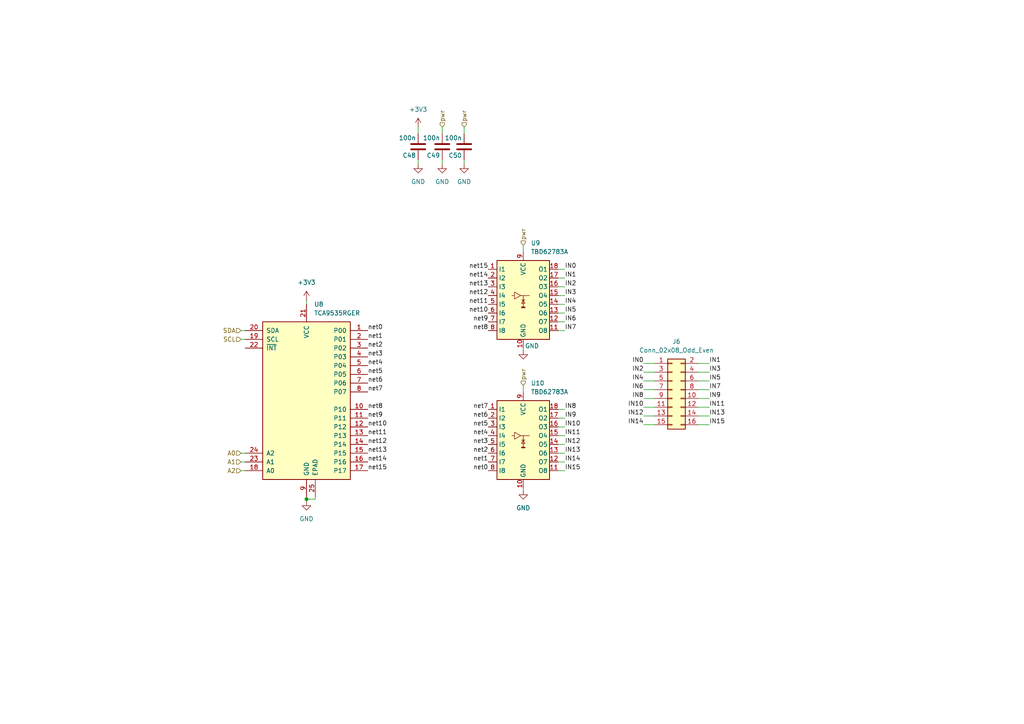
<source format=kicad_sch>
(kicad_sch (version 20231120) (generator "eeschema") (generator_version "8.0")
  (paper "A4")
  (lib_symbols
    (symbol "Connector_Generic:Conn_02x08_Odd_Even" (pin_names (offset 1.016) hide)
      (property "Reference" "J" (at 1.27 10.16 0))
      (property "Value" "Conn_02x08_Odd_Even" (at 1.27 -12.7 0))
      (symbol "Conn_02x08_Odd_Even_1_1"
        (rectangle (start -1.27 -10.033) (end 0 -10.287) (stroke (width 0.1524)))
        (rectangle (start -1.27 -7.493) (end 0 -7.747) (stroke (width 0.1524)))
        (rectangle (start -1.27 -4.953) (end 0 -5.207) (stroke (width 0.1524)))
        (rectangle (start -1.27 -2.413) (end 0 -2.667) (stroke (width 0.1524)))
        (rectangle (start -1.27 0.127) (end 0 -0.127) (stroke (width 0.1524)))
        (rectangle (start -1.27 2.667) (end 0 2.413) (stroke (width 0.1524)))
        (rectangle (start -1.27 5.207) (end 0 4.953) (stroke (width 0.1524)))
        (rectangle (start -1.27 7.747) (end 0 7.493) (stroke (width 0.1524)))
        (rectangle (start -1.27 8.89) (end 3.81 -11.43) (stroke (width 0.254)) (fill (type background)))
        (rectangle (start 3.81 -10.033) (end 2.54 -10.287) (stroke (width 0.1524)))
        (rectangle (start 3.81 -7.493) (end 2.54 -7.747) (stroke (width 0.1524)))
        (rectangle (start 3.81 -4.953) (end 2.54 -5.207) (stroke (width 0.1524)))
        (rectangle (start 3.81 -2.413) (end 2.54 -2.667) (stroke (width 0.1524)))
        (rectangle (start 3.81 0.127) (end 2.54 -0.127) (stroke (width 0.1524)))
        (rectangle (start 3.81 2.667) (end 2.54 2.413) (stroke (width 0.1524)))
        (rectangle (start 3.81 5.207) (end 2.54 4.953) (stroke (width 0.1524)))
        (rectangle (start 3.81 7.747) (end 2.54 7.493) (stroke (width 0.1524)))
        (pin passive line (at -5.08 7.62 0) (length 3.81) (name "Pin_1") (number "1"))
        (pin passive line (at 7.62 -2.54 180) (length 3.81) (name "Pin_10") (number "10"))
        (pin passive line (at -5.08 -5.08 0) (length 3.81) (name "Pin_11") (number "11"))
        (pin passive line (at 7.62 -5.08 180) (length 3.81) (name "Pin_12") (number "12"))
        (pin passive line (at -5.08 -7.62 0) (length 3.81) (name "Pin_13") (number "13"))
        (pin passive line (at 7.62 -7.62 180) (length 3.81) (name "Pin_14") (number "14"))
        (pin passive line (at -5.08 -10.16 0) (length 3.81) (name "Pin_15") (number "15"))
        (pin passive line (at 7.62 -10.16 180) (length 3.81) (name "Pin_16") (number "16"))
        (pin passive line (at 7.62 7.62 180) (length 3.81) (name "Pin_2") (number "2"))
        (pin passive line (at -5.08 5.08 0) (length 3.81) (name "Pin_3") (number "3"))
        (pin passive line (at 7.62 5.08 180) (length 3.81) (name "Pin_4") (number "4"))
        (pin passive line (at -5.08 2.54 0) (length 3.81) (name "Pin_5") (number "5"))
        (pin passive line (at 7.62 2.54 180) (length 3.81) (name "Pin_6") (number "6"))
        (pin passive line (at -5.08 0 0) (length 3.81) (name "Pin_7") (number "7"))
        (pin passive line (at 7.62 0 180) (length 3.81) (name "Pin_8") (number "8"))
        (pin passive line (at -5.08 -2.54 0) (length 3.81) (name "Pin_9") (number "9"))
      )
    )
    (symbol "Device:C" (pin_numbers hide) (pin_names (offset 0.254))
      (property "Reference" "C" (at 0.635 2.54 0))
      (property "Value" "C" (at 0.635 -2.54 0))
      (symbol "C_0_1"
        (polyline (pts (xy -2.032 -0.762) (xy 2.032 -0.762)) (stroke (width 0.508)))
        (polyline (pts (xy -2.032 0.762) (xy 2.032 0.762)) (stroke (width 0.508)))
      )
      (symbol "C_1_1"
        (pin passive line (at 0 3.81 270) (length 2.794) (name "~") (number "1"))
        (pin passive line (at 0 -3.81 90) (length 2.794) (name "~") (number "2"))
      )
    )
    (symbol "Interface_Expansion:TCA9535RGER" (pin_names (offset 1.016))
      (property "Reference" "U" (at -11.43 24.13 0))
      (property "Value" "TCA9535RGER" (at 0 0 0))
      (symbol "TCA9535RGER_0_1"
        (rectangle (start -12.7 22.86) (end 12.7 -22.86) (stroke (width 0.254)) (fill (type background)))
      )
      (symbol "TCA9535RGER_1_1"
        (pin bidirectional line (at 17.78 20.32 180) (length 5.08) (name "P00") (number "1"))
        (pin bidirectional line (at 17.78 -2.54 180) (length 5.08) (name "P10") (number "10"))
        (pin bidirectional line (at 17.78 -5.08 180) (length 5.08) (name "P11") (number "11"))
        (pin bidirectional line (at 17.78 -7.62 180) (length 5.08) (name "P12") (number "12"))
        (pin bidirectional line (at 17.78 -10.16 180) (length 5.08) (name "P13") (number "13"))
        (pin bidirectional line (at 17.78 -12.7 180) (length 5.08) (name "P14") (number "14"))
        (pin bidirectional line (at 17.78 -15.24 180) (length 5.08) (name "P15") (number "15"))
        (pin bidirectional line (at 17.78 -17.78 180) (length 5.08) (name "P16") (number "16"))
        (pin bidirectional line (at 17.78 -20.32 180) (length 5.08) (name "P17") (number "17"))
        (pin input line (at -17.78 -20.32 0) (length 5.08) (name "A0") (number "18"))
        (pin input line (at -17.78 17.78 0) (length 5.08) (name "SCL") (number "19"))
        (pin bidirectional line (at 17.78 17.78 180) (length 5.08) (name "P01") (number "2"))
        (pin bidirectional line (at -17.78 20.32 0) (length 5.08) (name "SDA") (number "20"))
        (pin power_in line (at 0 27.94 270) (length 5.08) (name "VCC") (number "21"))
        (pin open_collector line (at -17.78 15.24 0) (length 5.08) (name "~{INT}") (number "22"))
        (pin input line (at -17.78 -17.78 0) (length 5.08) (name "A1") (number "23"))
        (pin input line (at -17.78 -15.24 0) (length 5.08) (name "A2") (number "24"))
        (pin input line (at 2.54 -27.94 90) (length 5.08) (name "EPAD") (number "25"))
        (pin bidirectional line (at 17.78 15.24 180) (length 5.08) (name "P02") (number "3"))
        (pin bidirectional line (at 17.78 12.7 180) (length 5.08) (name "P03") (number "4"))
        (pin bidirectional line (at 17.78 10.16 180) (length 5.08) (name "P04") (number "5"))
        (pin bidirectional line (at 17.78 7.62 180) (length 5.08) (name "P05") (number "6"))
        (pin bidirectional line (at 17.78 5.08 180) (length 5.08) (name "P06") (number "7"))
        (pin bidirectional line (at 17.78 2.54 180) (length 5.08) (name "P07") (number "8"))
        (pin power_in line (at 0 -27.94 90) (length 5.08) (name "GND") (number "9"))
      )
    )
    (symbol "Transistor_Array:TBD62783A"
      (property "Reference" "U" (at -7.62 11.43 0))
      (property "Value" "TBD62783A" (at 1.27 11.43 0))
      (symbol "TBD62783A_0_1"
        (rectangle (start -7.62 10.16) (end 7.62 -12.7) (stroke (width 0.254)) (fill (type background)))
        (rectangle (start -0.508 -3.302) (end 0.508 -3.556) (fill (type outline)))
        (polyline (pts (xy -1.778 -2.794) (xy -1.778 -2.794)) (stroke (width 0.254)))
        (polyline (pts (xy -1.778 -2.032) (xy -1.778 -2.032)) (stroke (width 0.254)))
        (polyline (pts (xy -1.778 -1.27) (xy -1.778 -1.27)) (stroke (width 0.254)))
        (polyline (pts (xy -1.778 1.27) (xy -1.778 1.27)) (stroke (width 0.254)))
        (polyline (pts (xy -1.778 2.032) (xy -1.778 2.032)) (stroke (width 0.254)))
        (polyline (pts (xy -1.778 2.794) (xy -1.778 2.794)) (stroke (width 0.254)))
        (polyline (pts (xy -0.762 0) (xy 1.778 0)))
        (polyline (pts (xy -0.508 -1.27) (xy 0.508 -1.27)))
        (polyline (pts (xy 0 0) (xy 0 -3.302)))
        (polyline (pts (xy 0 0) (xy 0 0)) (stroke (width 0.508)))
        (polyline (pts (xy 0 -1.27) (xy -0.508 -2.286) (xy 0.508 -2.286) (xy 0 -1.27)))
        (polyline (pts (xy -3.302 0) (xy -2.54 0) (xy -2.54 1.016) (xy -0.762 0) (xy -2.54 -1.016) (xy -2.54 0)))
      )
      (symbol "TBD62783A_1_1"
        (pin input line (at -10.16 7.62 0) (length 2.54) (name "I1") (number "1"))
        (pin power_in line (at 0 -15.24 90) (length 2.54) (name "GND") (number "10"))
        (pin open_emitter line (at 10.16 -10.16 180) (length 2.54) (name "O8") (number "11"))
        (pin open_emitter line (at 10.16 -7.62 180) (length 2.54) (name "O7") (number "12"))
        (pin open_emitter line (at 10.16 -5.08 180) (length 2.54) (name "O6") (number "13"))
        (pin open_emitter line (at 10.16 -2.54 180) (length 2.54) (name "O5") (number "14"))
        (pin open_emitter line (at 10.16 0 180) (length 2.54) (name "O4") (number "15"))
        (pin open_emitter line (at 10.16 2.54 180) (length 2.54) (name "O3") (number "16"))
        (pin open_emitter line (at 10.16 5.08 180) (length 2.54) (name "O2") (number "17"))
        (pin open_emitter line (at 10.16 7.62 180) (length 2.54) (name "O1") (number "18"))
        (pin input line (at -10.16 5.08 0) (length 2.54) (name "I2") (number "2"))
        (pin input line (at -10.16 2.54 0) (length 2.54) (name "I3") (number "3"))
        (pin input line (at -10.16 0 0) (length 2.54) (name "I4") (number "4"))
        (pin input line (at -10.16 -2.54 0) (length 2.54) (name "I5") (number "5"))
        (pin input line (at -10.16 -5.08 0) (length 2.54) (name "I6") (number "6"))
        (pin input line (at -10.16 -7.62 0) (length 2.54) (name "I7") (number "7"))
        (pin input line (at -10.16 -10.16 0) (length 2.54) (name "I8") (number "8"))
        (pin power_in line (at 0 12.7 270) (length 2.54) (name "VCC") (number "9"))
      )
    )
    (symbol "power:+3V3" (power) (pin_numbers hide) (pin_names (offset 0) hide)
      (property "Value" "+3V3" (at 0 3.556 0))
      (symbol "+3V3_0_1"
        (polyline (pts (xy -0.762 1.27) (xy 0 2.54)))
        (polyline (pts (xy 0 0) (xy 0 2.54)))
        (polyline (pts (xy 0 2.54) (xy 0.762 1.27)))
      )
      (symbol "+3V3_1_1"
        (pin power_in line (at 0 0 90) (length 0) (name "~") (number "1"))
      )
    )
    (symbol "power:GND" (power) (pin_numbers hide) (pin_names (offset 0) hide)
      (property "Value" "GND" (at 0 -3.81 0))
      (symbol "GND_0_1"
        (polyline (pts (xy 0 0) (xy 0 -1.27) (xy 1.27 -1.27) (xy 0 -2.54) (xy -1.27 -1.27) (xy 0 -1.27)))
      )
      (symbol "GND_1_1"
        (pin power_in line (at 0 0 270) (length 0) (name "~") (number "1"))
      )
    )
  )
  (junction (at 88.9 144.78))
  (wire (pts (xy 202.565 123.19) (xy 205.74 123.19)))
  (wire (pts (xy 161.925 136.525) (xy 163.83 136.525)))
  (wire (pts (xy 88.9 144.78) (xy 88.9 145.415)))
  (wire (pts (xy 186.69 105.41) (xy 189.865 105.41)))
  (wire (pts (xy 161.925 85.725) (xy 163.83 85.725)))
  (wire (pts (xy 202.565 120.65) (xy 205.74 120.65)))
  (wire (pts (xy 69.85 131.445) (xy 71.12 131.445)))
  (wire (pts (xy 186.69 110.49) (xy 189.865 110.49)))
  (wire (pts (xy 161.925 90.805) (xy 163.83 90.805)))
  (wire (pts (xy 202.565 118.11) (xy 205.74 118.11)))
  (wire (pts (xy 186.69 123.19) (xy 189.865 123.19)))
  (wire (pts (xy 186.69 120.65) (xy 189.865 120.65)))
  (wire (pts (xy 161.925 126.365) (xy 163.83 126.365)))
  (wire (pts (xy 202.565 115.57) (xy 205.74 115.57)))
  (wire (pts (xy 161.925 95.885) (xy 163.83 95.885)))
  (wire (pts (xy 202.565 107.95) (xy 205.74 107.95)))
  (wire (pts (xy 186.69 118.11) (xy 189.865 118.11)))
  (wire (pts (xy 88.9 86.995) (xy 88.9 88.265)))
  (wire (pts (xy 186.69 107.95) (xy 189.865 107.95)))
  (wire (pts (xy 161.925 123.825) (xy 163.83 123.825)))
  (wire (pts (xy 161.925 93.345) (xy 163.83 93.345)))
  (wire (pts (xy 161.925 121.285) (xy 163.83 121.285)))
  (wire (pts (xy 121.285 46.355) (xy 121.285 47.625)))
  (wire (pts (xy 121.285 36.83) (xy 121.285 38.735)))
  (wire (pts (xy 151.765 111.76) (xy 151.765 113.665)))
  (wire (pts (xy 161.925 118.745) (xy 163.83 118.745)))
  (wire (pts (xy 69.85 95.885) (xy 71.12 95.885)))
  (wire (pts (xy 161.925 83.185) (xy 163.83 83.185)))
  (wire (pts (xy 128.27 46.355) (xy 128.27 47.625)))
  (wire (pts (xy 88.9 144.78) (xy 91.44 144.78)))
  (wire (pts (xy 202.565 105.41) (xy 205.74 105.41)))
  (wire (pts (xy 161.925 78.105) (xy 163.83 78.105)))
  (wire (pts (xy 69.85 133.985) (xy 71.12 133.985)))
  (wire (pts (xy 134.62 36.83) (xy 134.62 38.735)))
  (wire (pts (xy 186.69 115.57) (xy 189.865 115.57)))
  (wire (pts (xy 161.925 133.985) (xy 163.83 133.985)))
  (wire (pts (xy 202.565 110.49) (xy 205.74 110.49)))
  (wire (pts (xy 161.925 131.445) (xy 163.83 131.445)))
  (wire (pts (xy 151.765 141.605) (xy 151.765 142.24)))
  (wire (pts (xy 151.765 100.965) (xy 151.765 101.6)))
  (wire (pts (xy 202.565 113.03) (xy 205.74 113.03)))
  (wire (pts (xy 161.925 80.645) (xy 163.83 80.645)))
  (wire (pts (xy 161.925 128.905) (xy 163.83 128.905)))
  (wire (pts (xy 161.925 88.265) (xy 163.83 88.265)))
  (wire (pts (xy 69.85 136.525) (xy 71.12 136.525)))
  (wire (pts (xy 151.765 71.12) (xy 151.765 73.025)))
  (wire (pts (xy 88.9 144.145) (xy 88.9 144.78)))
  (wire (pts (xy 91.44 144.78) (xy 91.44 144.145)))
  (wire (pts (xy 134.62 46.355) (xy 134.62 47.625)))
  (wire (pts (xy 128.27 36.83) (xy 128.27 38.735)))
  (wire (pts (xy 69.85 98.425) (xy 71.12 98.425)))
  (wire (pts (xy 186.69 113.03) (xy 189.865 113.03)))
  (label "net13" (at 106.68 131.445 0))
  (label "net3" (at 106.68 103.505 0))
  (label "net7" (at 106.68 113.665 0))
  (label "net6" (at 141.605 121.285 180))
  (label "net10" (at 141.605 90.805 180))
  (label "net12" (at 106.68 128.905 0))
  (label "net9" (at 106.68 121.285 0))
  (label "net0" (at 106.68 95.885 0))
  (label "net12" (at 141.605 85.725 180))
  (label "IN8" (at 186.69 115.57 180))
  (label "IN12" (at 163.83 128.905 0))
  (label "IN13" (at 163.83 131.445 0))
  (label "net4" (at 141.605 126.365 180))
  (label "IN12" (at 186.69 120.65 180))
  (label "IN0" (at 186.69 105.41 180))
  (label "net11" (at 106.68 126.365 0))
  (label "net1" (at 141.605 133.985 180))
  (label "IN5" (at 163.83 90.805 0))
  (label "IN1" (at 205.74 105.41 0))
  (label "IN2" (at 186.69 107.95 180))
  (label "IN14" (at 163.83 133.985 0))
  (label "IN7" (at 205.74 113.03 0))
  (label "IN3" (at 205.74 107.95 0))
  (label "net4" (at 106.68 106.045 0))
  (label "net13" (at 141.605 83.185 180))
  (label "IN15" (at 163.83 136.525 0))
  (label "IN11" (at 163.83 126.365 0))
  (label "IN4" (at 163.83 88.265 0))
  (label "net8" (at 106.68 118.745 0))
  (label "IN2" (at 163.83 83.185 0))
  (label "IN13" (at 205.74 120.65 0))
  (label "net14" (at 141.605 80.645 180))
  (label "IN9" (at 163.83 121.285 0))
  (label "net15" (at 106.68 136.525 0))
  (label "IN9" (at 205.74 115.57 0))
  (label "net2" (at 141.605 131.445 180))
  (label "IN5" (at 205.74 110.49 0))
  (label "net2" (at 106.68 100.965 0))
  (label "net5" (at 106.68 108.585 0))
  (label "IN3" (at 163.83 85.725 0))
  (label "IN11" (at 205.74 118.11 0))
  (label "net10" (at 106.68 123.825 0))
  (label "IN10" (at 163.83 123.825 0))
  (label "IN7" (at 163.83 95.885 0))
  (label "net11" (at 141.605 88.265 180))
  (label "net9" (at 141.605 93.345 180))
  (label "net14" (at 106.68 133.985 0))
  (label "net3" (at 141.605 128.905 180))
  (label "net0" (at 141.605 136.525 180))
  (label "net7" (at 141.605 118.745 180))
  (label "IN6" (at 186.69 113.03 180))
  (label "IN14" (at 186.69 123.19 180))
  (label "IN0" (at 163.83 78.105 0))
  (label "net15" (at 141.605 78.105 180))
  (label "IN6" (at 163.83 93.345 0))
  (label "IN15" (at 205.74 123.19 0))
  (label "net8" (at 141.605 95.885 180))
  (label "net1" (at 106.68 98.425 0))
  (label "net5" (at 141.605 123.825 180))
  (label "IN8" (at 163.83 118.745 0))
  (label "IN10" (at 186.69 118.11 180))
  (label "IN4" (at 186.69 110.49 180))
  (label "IN1" (at 163.83 80.645 0))
  (label "net6" (at 106.68 111.125 0))
  (hierarchical_label "SCL" (shape input) (at 69.85 98.425 180))
  (hierarchical_label "pwr" (shape input) (at 151.765 71.12 90))
  (hierarchical_label "A0" (shape input) (at 69.85 131.445 180))
  (hierarchical_label "SDA" (shape input) (at 69.85 95.885 180))
  (hierarchical_label "pwr" (shape input) (at 134.62 36.83 90))
  (hierarchical_label "A1" (shape input) (at 69.85 133.985 180))
  (hierarchical_label "pwr" (shape input) (at 128.27 36.83 90))
  (hierarchical_label "A2" (shape input) (at 69.85 136.525 180))
  (hierarchical_label "pwr" (shape input) (at 151.765 111.76 90))
  (symbol (lib_id "Device:C") (at 121.285 42.545 180) (unit 1)
    (property "Reference" "C48" (at 120.65 45.085 0) (effects (justify left)))
    (property "Value" "100n" (at 120.65 40.005 0) (effects (justify left)))
    (property "Footprint" "Capacitor_SMD:C_0402_1005Metric" (effects (hide yes)))
    (property "Description" "Unpolarized capacitor" (effects (hide yes)))
    (property "LCSC Part #" "C307331" (effects (hide yes)))
    (instances (project "EthercatIOBoard" (path "" (reference "C48") (unit 1)) (path "" (reference "C123") (unit 1)) (path "" (reference "C120") (unit 1))))
  )
  (symbol (lib_id "power:GND") (at 121.285 47.625 0) (unit 1)
    (property "Reference" "#PWR0108" (effects (hide yes)))
    (property "Value" "GND" (at 121.285 52.705 0))
    (property "Description" "Power symbol creates a global label with name \"GND\" , ground" (effects (hide yes)))
    (instances (project "EthercatIOBoard" (path "" (reference "#PWR0108") (unit 1)) (path "" (reference "#PWR0246") (unit 1)) (path "" (reference "#PWR0238") (unit 1))))
  )
  (symbol (lib_id "power:GND") (at 151.765 142.24 0) (unit 1)
    (property "Reference" "#PWR0112" (effects (hide yes)))
    (property "Value" "GND" (at 151.765 147.32 0))
    (property "Description" "Power symbol creates a global label with name \"GND\" , ground" (effects (hide yes)))
    (instances (project "EthercatIOBoard" (path "" (reference "#PWR0112") (unit 1)) (path "" (reference "#PWR0250") (unit 1)) (path "" (reference "#PWR0242") (unit 1))))
  )
  (symbol (lib_id "Device:C") (at 134.62 42.545 180) (unit 1)
    (property "Reference" "C50" (at 133.985 45.085 0) (effects (justify left)))
    (property "Value" "100n" (at 133.985 40.005 0) (effects (justify left)))
    (property "Footprint" "Capacitor_SMD:C_0402_1005Metric" (effects (hide yes)))
    (property "Description" "Unpolarized capacitor" (effects (hide yes)))
    (property "LCSC Part #" "C307331" (effects (hide yes)))
    (instances (project "EthercatIOBoard" (path "" (reference "C50") (unit 1)) (path "" (reference "C125") (unit 1)) (path "" (reference "C122") (unit 1))))
  )
  (symbol (lib_id "Transistor_Array:TBD62783A") (at 151.765 85.725 0) (unit 1)
    (property "Reference" "U9" (at 153.9591 70.485 0) (effects (justify left)))
    (property "Value" "TBD62783A" (at 153.9591 73.025 0) (effects (justify left)))
    (property "Footprint" "Package_SO:SOP-18_7x12.5mm_P1.27mm" (effects (hide yes)))
    (property "Datasheet" "http://toshiba.semicon-storage.com/info/docget.jsp?did=30523&prodName=TBD62783APG" (effects (hide yes)))
    (property "Description" "8-Channel Source Type Transistor Array, TTL and CMOS compatible, 500mA, 50V, DIP-18/SOP-18/SSOP-18/SOIC-18W" (effects (hide yes)))
    (property "JLCRotOffset" "-90" (effects (hide yes)))
    (property "JLC" "C840444" (effects (hide yes)))
    (instances (project "EthercatIOBoard" (path "" (reference "U9") (unit 1)) (path "" (reference "U29") (unit 1)) (path "" (reference "U26") (unit 1))))
  )
  (symbol (lib_id "Interface_Expansion:TCA9535RGER") (at 88.9 116.205 0) (unit 1)
    (property "Reference" "U8" (at 91.0941 88.265 0) (effects (justify left)))
    (property "Value" "TCA9535RGER" (at 91.0941 90.805 0) (effects (justify left)))
    (property "Footprint" "Package_DFN_QFN:VQFN-24-1EP_4x4mm_P0.5mm_EP2.45x2.45mm" (effects (hide yes)))
    (property "Datasheet" "http://www.ti.com/lit/ds/symlink/tca9535.pdf" (effects (hide yes)))
    (property "Description" "16-bit I/O expander, I2C and SMBus interface, interrupts, w/o pull-ups, QFN-24" (effects (hide yes)))
    (property "JLC" "C527428" (effects (hide yes)))
    (property "JLCRotOffset" "-90" (effects (hide yes)))
    (instances (project "EthercatIOBoard" (path "" (reference "U8") (unit 1)) (path "" (reference "U28") (unit 1)) (path "" (reference "U25") (unit 1))))
  )
  (symbol (lib_id "Transistor_Array:TBD62783A") (at 151.765 126.365 0) (unit 1)
    (property "Reference" "U10" (at 153.9591 111.125 0) (effects (justify left)))
    (property "Value" "TBD62783A" (at 153.9591 113.665 0) (effects (justify left)))
    (property "Footprint" "Package_SO:SOP-18_7x12.5mm_P1.27mm" (effects (hide yes)))
    (property "Datasheet" "http://toshiba.semicon-storage.com/info/docget.jsp?did=30523&prodName=TBD62783APG" (effects (hide yes)))
    (property "Description" "8-Channel Source Type Transistor Array, TTL and CMOS compatible, 500mA, 50V, DIP-18/SOP-18/SSOP-18/SOIC-18W" (effects (hide yes)))
    (property "JLCRotOffset" "-90" (effects (hide yes)))
    (property "JLC" "C840444" (effects (hide yes)))
    (instances (project "EthercatIOBoard" (path "" (reference "U10") (unit 1)) (path "" (reference "U30") (unit 1)) (path "" (reference "U27") (unit 1))))
  )
  (symbol (lib_id "power:+3V3") (at 121.285 36.83 0) (unit 1)
    (property "Reference" "#PWR0107" (effects (hide yes)))
    (property "Value" "+3V3" (at 121.285 31.75 0))
    (property "Description" "Power symbol creates a global label with name \"+3V3\"" (effects (hide yes)))
    (instances (project "EthercatIOBoard" (path "" (reference "#PWR0107") (unit 1)) (path "" (reference "#PWR0245") (unit 1)) (path "" (reference "#PWR0237") (unit 1))))
  )
  (symbol (lib_id "Device:C") (at 128.27 42.545 180) (unit 1)
    (property "Reference" "C49" (at 127.635 45.085 0) (effects (justify left)))
    (property "Value" "100n" (at 127.635 40.005 0) (effects (justify left)))
    (property "Footprint" "Capacitor_SMD:C_0402_1005Metric" (effects (hide yes)))
    (property "Description" "Unpolarized capacitor" (effects (hide yes)))
    (property "LCSC Part #" "C307331" (effects (hide yes)))
    (instances (project "EthercatIOBoard" (path "" (reference "C49") (unit 1)) (path "" (reference "C124") (unit 1)) (path "" (reference "C121") (unit 1))))
  )
  (symbol (lib_id "power:+3V3") (at 88.9 86.995 0) (unit 1)
    (property "Reference" "#PWR0105" (effects (hide yes)))
    (property "Value" "+3V3" (at 88.9 81.915 0))
    (property "Description" "Power symbol creates a global label with name \"+3V3\"" (effects (hide yes)))
    (instances (project "EthercatIOBoard" (path "" (reference "#PWR0105") (unit 1)) (path "" (reference "#PWR0243") (unit 1)) (path "" (reference "#PWR0235") (unit 1))))
  )
  (symbol (lib_id "power:GND") (at 151.765 101.6 0) (unit 1)
    (property "Reference" "#PWR0110" (effects (hide yes)))
    (property "Value" "GND" (at 154.305 100.33 0))
    (property "Description" "Power symbol creates a global label with name \"GND\" , ground" (effects (hide yes)))
    (instances (project "EthercatIOBoard" (path "" (reference "#PWR0110") (unit 1)) (path "" (reference "#PWR0248") (unit 1)) (path "" (reference "#PWR0240") (unit 1))))
  )
  (symbol (lib_id "power:GND") (at 134.62 47.625 0) (unit 1)
    (property "Reference" "#PWR0111" (effects (hide yes)))
    (property "Value" "GND" (at 134.62 52.705 0))
    (property "Description" "Power symbol creates a global label with name \"GND\" , ground" (effects (hide yes)))
    (instances (project "EthercatIOBoard" (path "" (reference "#PWR0111") (unit 1)) (path "" (reference "#PWR0249") (unit 1)) (path "" (reference "#PWR0241") (unit 1))))
  )
  (symbol (lib_id "Connector_Generic:Conn_02x08_Odd_Even") (at 194.945 113.03 0) (unit 1) (in_bom no)
    (property "Reference" "J6" (at 196.215 99.06 0))
    (property "Value" "Conn_02x08_Odd_Even" (at 196.215 101.6 0))
    (property "Footprint" "JLCFootprints:2Row8Pin3.5mm" (effects (hide yes)))
    (property "Description" "Generic connector, double row, 02x08, odd/even pin numbering scheme (row 1 odd numbers, row 2 even numbers), script generated (kicad-library-utils/schlib/autogen/connector/)" (effects (hide yes)))
    (property "LCSC Part #" "C2923113" (effects (hide yes)))
    (property "Header" "C2908403" (effects (hide yes)))
    (instances (project "EthercatIOBoard" (path "" (reference "J6") (unit 1)) (path "" (reference "J11") (unit 1)) (path "" (reference "J10") (unit 1))))
  )
  (symbol (lib_id "power:GND") (at 88.9 145.415 0) (unit 1)
    (property "Reference" "#PWR0106" (effects (hide yes)))
    (property "Value" "GND" (at 88.9 150.495 0))
    (property "Description" "Power symbol creates a global label with name \"GND\" , ground" (effects (hide yes)))
    (instances (project "EthercatIOBoard" (path "" (reference "#PWR0106") (unit 1)) (path "" (reference "#PWR0244") (unit 1)) (path "" (reference "#PWR0236") (unit 1))))
  )
  (symbol (lib_id "power:GND") (at 128.27 47.625 0) (unit 1)
    (property "Reference" "#PWR0109" (effects (hide yes)))
    (property "Value" "GND" (at 128.27 52.705 0))
    (property "Description" "Power symbol creates a global label with name \"GND\" , ground" (effects (hide yes)))
    (instances (project "EthercatIOBoard" (path "" (reference "#PWR0109") (unit 1)) (path "" (reference "#PWR0247") (unit 1)) (path "" (reference "#PWR0239") (unit 1))))
  )
)
</source>
